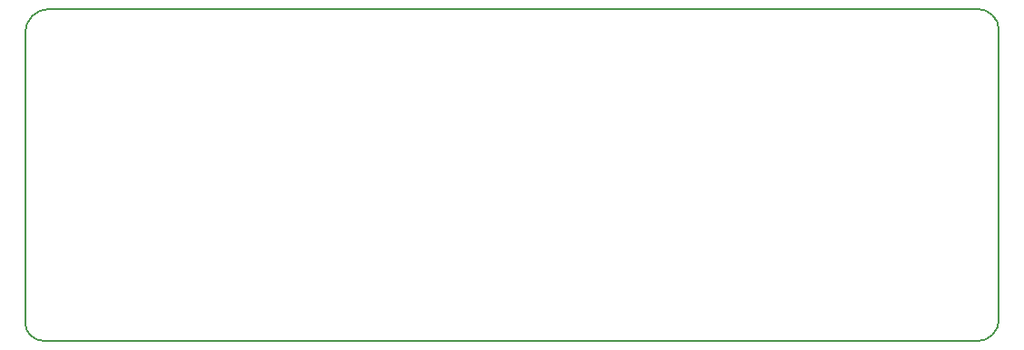
<source format=gm1>
G04*
G04 #@! TF.GenerationSoftware,Altium Limited,Altium Designer,23.0.1 (38)*
G04*
G04 Layer_Color=16711935*
%FSLAX25Y25*%
%MOIN*%
G70*
G04*
G04 #@! TF.SameCoordinates,B4ED9068-0949-4354-B78F-C4858C2F04AE*
G04*
G04*
G04 #@! TF.FilePolarity,Positive*
G04*
G01*
G75*
%ADD13C,0.00500*%
D13*
X1253987Y724592D02*
G03*
X1246113Y732466I-7874J0D01*
G01*
Y610419D02*
G03*
X1253987Y618293I0J7874D01*
G01*
X896703Y617309D02*
G03*
X903593Y610419I6890J0D01*
G01*
X905561Y732466D02*
G03*
X896703Y723608I0J-8858D01*
G01*
X1253987Y618293D02*
Y724592D01*
X905561Y732466D02*
X1246113D01*
X903593Y610419D02*
X1246113D01*
X896703Y617309D02*
Y723608D01*
X1253987Y724592D02*
G03*
X1246113Y732466I-7874J0D01*
G01*
Y610419D02*
G03*
X1253987Y618293I0J7874D01*
G01*
X896703Y617309D02*
G03*
X903593Y610419I6890J0D01*
G01*
X905561Y732466D02*
G03*
X896703Y723608I0J-8858D01*
G01*
X1253987Y618293D02*
Y724592D01*
X905561Y732466D02*
X1246113D01*
X903593Y610419D02*
X1246113D01*
X896703Y617309D02*
Y723608D01*
M02*

</source>
